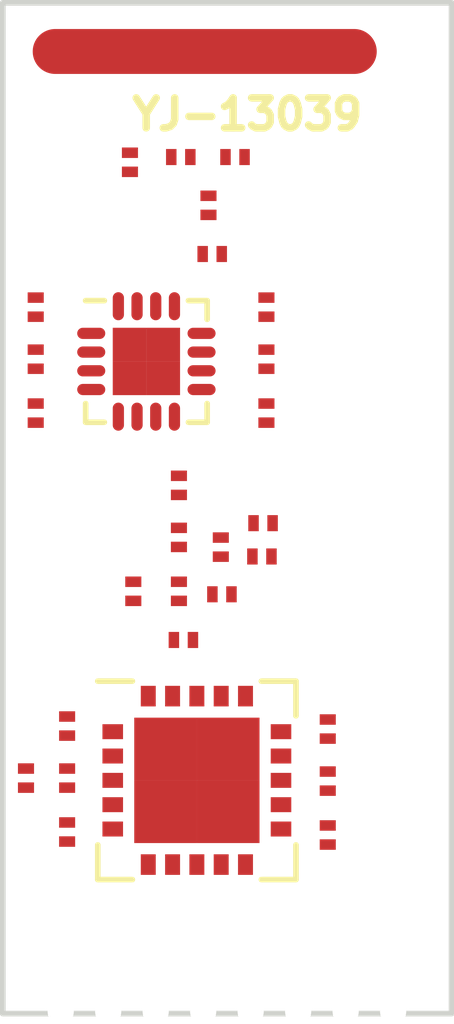
<source format=kicad_pcb>
(kicad_pcb (version 4) (host pcbnew 4.0.2-stable)

  (general
    (links 0)
    (no_connects 0)
    (area 139.930599 55.327799 152.080601 82.477801)
    (thickness 1.6)
    (drawings 5)
    (tracks 1)
    (zones 0)
    (modules 47)
    (nets 1)
  )

  (page A4)
  (layers
    (0 F.Cu signal)
    (31 B.Cu signal)
    (32 B.Adhes user)
    (33 F.Adhes user)
    (34 B.Paste user)
    (35 F.Paste user)
    (36 B.SilkS user)
    (37 F.SilkS user)
    (38 B.Mask user)
    (39 F.Mask user)
    (40 Dwgs.User user)
    (41 Cmts.User user)
    (42 Eco1.User user)
    (43 Eco2.User user)
    (44 Edge.Cuts user)
    (45 Margin user)
    (46 B.CrtYd user)
    (47 F.CrtYd user)
    (48 B.Fab user)
    (49 F.Fab user)
  )

  (setup
    (last_trace_width 1.2)
    (trace_clearance 0.2)
    (zone_clearance 0.508)
    (zone_45_only no)
    (trace_min 0.2)
    (segment_width 0.2)
    (edge_width 0.15)
    (via_size 0.6)
    (via_drill 0.4)
    (via_min_size 0.4)
    (via_min_drill 0.3)
    (uvia_size 0.3)
    (uvia_drill 0.1)
    (uvias_allowed no)
    (uvia_min_size 0.2)
    (uvia_min_drill 0.1)
    (pcb_text_width 0.3)
    (pcb_text_size 1.5 1.5)
    (mod_edge_width 0.15)
    (mod_text_size 1 1)
    (mod_text_width 0.15)
    (pad_size 1 1.3)
    (pad_drill 0)
    (pad_to_mask_clearance 0.2)
    (aux_axis_origin 0 0)
    (grid_origin 146.4056 73.2028)
    (visible_elements 7FFFFFFF)
    (pcbplotparams
      (layerselection 0x00030_80000001)
      (usegerberextensions false)
      (excludeedgelayer true)
      (linewidth 0.100000)
      (plotframeref false)
      (viasonmask false)
      (mode 1)
      (useauxorigin false)
      (hpglpennumber 1)
      (hpglpenspeed 20)
      (hpglpendiameter 15)
      (hpglpenoverlay 2)
      (psnegative false)
      (psa4output false)
      (plotreference true)
      (plotvalue true)
      (plotinvisibletext false)
      (padsonsilk false)
      (subtractmaskfromsilk false)
      (outputformat 1)
      (mirror false)
      (drillshape 1)
      (scaleselection 1)
      (outputdirectory ""))
  )

  (net 0 "")

  (net_class Default "This is the default net class."
    (clearance 0.2)
    (trace_width 1.2)
    (via_dia 0.6)
    (via_drill 0.4)
    (uvia_dia 0.3)
    (uvia_drill 0.1)
  )

  (module Resistors_SMD:R_0201 (layer F.Cu) (tedit 5774C5F8) (tstamp 5789CC02)
    (at 146.9656 69.3028 180)
    (descr "Resistor SMD 0201, reflow soldering, Vishay (see crcw0201e3.pdf)")
    (tags "resistor 0201")
    (attr smd)
    (fp_text reference REF** (at 0 -1.7 180) (layer F.SilkS) hide
      (effects (font (size 1 1) (thickness 0.15)))
    )
    (fp_text value R_0201 (at 0 1.7 180) (layer F.Fab) hide
      (effects (font (size 1 1) (thickness 0.15)))
    )
    (fp_line (start -0.65 -0.55) (end 0.65 -0.55) (layer F.CrtYd) (width 0.05))
    (fp_line (start -0.65 0.55) (end 0.65 0.55) (layer F.CrtYd) (width 0.05))
    (fp_line (start -0.65 -0.55) (end -0.65 0.55) (layer F.CrtYd) (width 0.05))
    (fp_line (start 0.65 -0.55) (end 0.65 0.55) (layer F.CrtYd) (width 0.05))
    (pad 1 smd rect (at -0.255 0 180) (size 0.28 0.43) (layers F.Cu F.Paste F.Mask))
    (pad 2 smd rect (at 0.255 0 180) (size 0.28 0.43) (layers F.Cu F.Paste F.Mask))
    (model Resistors_SMD.3dshapes/R_0201.wrl
      (at (xyz 0 0 0))
      (scale (xyz 1 1 1))
      (rotate (xyz 0 0 0))
    )
  )

  (module Resistors_SMD:R_0201 (layer F.Cu) (tedit 5774C5F8) (tstamp 5789CBF8)
    (at 146.9356 70.1928 180)
    (descr "Resistor SMD 0201, reflow soldering, Vishay (see crcw0201e3.pdf)")
    (tags "resistor 0201")
    (attr smd)
    (fp_text reference REF** (at 0 -1.7 180) (layer F.SilkS) hide
      (effects (font (size 1 1) (thickness 0.15)))
    )
    (fp_text value R_0201 (at 0 1.7 180) (layer F.Fab) hide
      (effects (font (size 1 1) (thickness 0.15)))
    )
    (fp_line (start -0.65 -0.55) (end 0.65 -0.55) (layer F.CrtYd) (width 0.05))
    (fp_line (start -0.65 0.55) (end 0.65 0.55) (layer F.CrtYd) (width 0.05))
    (fp_line (start -0.65 -0.55) (end -0.65 0.55) (layer F.CrtYd) (width 0.05))
    (fp_line (start 0.65 -0.55) (end 0.65 0.55) (layer F.CrtYd) (width 0.05))
    (pad 1 smd rect (at -0.255 0 180) (size 0.28 0.43) (layers F.Cu F.Paste F.Mask))
    (pad 2 smd rect (at 0.255 0 180) (size 0.28 0.43) (layers F.Cu F.Paste F.Mask))
    (model Resistors_SMD.3dshapes/R_0201.wrl
      (at (xyz 0 0 0))
      (scale (xyz 1 1 1))
      (rotate (xyz 0 0 0))
    )
  )

  (module Resistors_SMD:R_0201 (layer F.Cu) (tedit 5774C5F8) (tstamp 5789CBEE)
    (at 145.8356 69.9428 90)
    (descr "Resistor SMD 0201, reflow soldering, Vishay (see crcw0201e3.pdf)")
    (tags "resistor 0201")
    (attr smd)
    (fp_text reference REF** (at 0 -1.7 90) (layer F.SilkS) hide
      (effects (font (size 1 1) (thickness 0.15)))
    )
    (fp_text value R_0201 (at 0 1.7 90) (layer F.Fab) hide
      (effects (font (size 1 1) (thickness 0.15)))
    )
    (fp_line (start -0.65 -0.55) (end 0.65 -0.55) (layer F.CrtYd) (width 0.05))
    (fp_line (start -0.65 0.55) (end 0.65 0.55) (layer F.CrtYd) (width 0.05))
    (fp_line (start -0.65 -0.55) (end -0.65 0.55) (layer F.CrtYd) (width 0.05))
    (fp_line (start 0.65 -0.55) (end 0.65 0.55) (layer F.CrtYd) (width 0.05))
    (pad 1 smd rect (at -0.255 0 90) (size 0.28 0.43) (layers F.Cu F.Paste F.Mask))
    (pad 2 smd rect (at 0.255 0 90) (size 0.28 0.43) (layers F.Cu F.Paste F.Mask))
    (model Resistors_SMD.3dshapes/R_0201.wrl
      (at (xyz 0 0 0))
      (scale (xyz 1 1 1))
      (rotate (xyz 0 0 0))
    )
  )

  (module Resistors_SMD:R_0201 (layer F.Cu) (tedit 5774C5F8) (tstamp 5789CBE4)
    (at 145.8656 71.2028 180)
    (descr "Resistor SMD 0201, reflow soldering, Vishay (see crcw0201e3.pdf)")
    (tags "resistor 0201")
    (attr smd)
    (fp_text reference REF** (at 0 -1.7 180) (layer F.SilkS) hide
      (effects (font (size 1 1) (thickness 0.15)))
    )
    (fp_text value R_0201 (at 0 1.7 180) (layer F.Fab) hide
      (effects (font (size 1 1) (thickness 0.15)))
    )
    (fp_line (start -0.65 -0.55) (end 0.65 -0.55) (layer F.CrtYd) (width 0.05))
    (fp_line (start -0.65 0.55) (end 0.65 0.55) (layer F.CrtYd) (width 0.05))
    (fp_line (start -0.65 -0.55) (end -0.65 0.55) (layer F.CrtYd) (width 0.05))
    (fp_line (start 0.65 -0.55) (end 0.65 0.55) (layer F.CrtYd) (width 0.05))
    (pad 1 smd rect (at -0.255 0 180) (size 0.28 0.43) (layers F.Cu F.Paste F.Mask))
    (pad 2 smd rect (at 0.255 0 180) (size 0.28 0.43) (layers F.Cu F.Paste F.Mask))
    (model Resistors_SMD.3dshapes/R_0201.wrl
      (at (xyz 0 0 0))
      (scale (xyz 1 1 1))
      (rotate (xyz 0 0 0))
    )
  )

  (module Resistors_SMD:R_0201 (layer F.Cu) (tedit 5774C5F8) (tstamp 5789CBDA)
    (at 144.8356 72.4228 180)
    (descr "Resistor SMD 0201, reflow soldering, Vishay (see crcw0201e3.pdf)")
    (tags "resistor 0201")
    (attr smd)
    (fp_text reference REF** (at 0 -1.7 180) (layer F.SilkS) hide
      (effects (font (size 1 1) (thickness 0.15)))
    )
    (fp_text value R_0201 (at 0 1.7 180) (layer F.Fab) hide
      (effects (font (size 1 1) (thickness 0.15)))
    )
    (fp_line (start -0.65 -0.55) (end 0.65 -0.55) (layer F.CrtYd) (width 0.05))
    (fp_line (start -0.65 0.55) (end 0.65 0.55) (layer F.CrtYd) (width 0.05))
    (fp_line (start -0.65 -0.55) (end -0.65 0.55) (layer F.CrtYd) (width 0.05))
    (fp_line (start 0.65 -0.55) (end 0.65 0.55) (layer F.CrtYd) (width 0.05))
    (pad 1 smd rect (at -0.255 0 180) (size 0.28 0.43) (layers F.Cu F.Paste F.Mask))
    (pad 2 smd rect (at 0.255 0 180) (size 0.28 0.43) (layers F.Cu F.Paste F.Mask))
    (model Resistors_SMD.3dshapes/R_0201.wrl
      (at (xyz 0 0 0))
      (scale (xyz 1 1 1))
      (rotate (xyz 0 0 0))
    )
  )

  (module Resistors_SMD:R_0201 (layer F.Cu) (tedit 5774C5F8) (tstamp 5789CBD0)
    (at 143.4956 71.1228 90)
    (descr "Resistor SMD 0201, reflow soldering, Vishay (see crcw0201e3.pdf)")
    (tags "resistor 0201")
    (attr smd)
    (fp_text reference REF** (at 0 -1.7 90) (layer F.SilkS) hide
      (effects (font (size 1 1) (thickness 0.15)))
    )
    (fp_text value R_0201 (at 0 1.7 90) (layer F.Fab) hide
      (effects (font (size 1 1) (thickness 0.15)))
    )
    (fp_line (start -0.65 -0.55) (end 0.65 -0.55) (layer F.CrtYd) (width 0.05))
    (fp_line (start -0.65 0.55) (end 0.65 0.55) (layer F.CrtYd) (width 0.05))
    (fp_line (start -0.65 -0.55) (end -0.65 0.55) (layer F.CrtYd) (width 0.05))
    (fp_line (start 0.65 -0.55) (end 0.65 0.55) (layer F.CrtYd) (width 0.05))
    (pad 1 smd rect (at -0.255 0 90) (size 0.28 0.43) (layers F.Cu F.Paste F.Mask))
    (pad 2 smd rect (at 0.255 0 90) (size 0.28 0.43) (layers F.Cu F.Paste F.Mask))
    (model Resistors_SMD.3dshapes/R_0201.wrl
      (at (xyz 0 0 0))
      (scale (xyz 1 1 1))
      (rotate (xyz 0 0 0))
    )
  )

  (module Resistors_SMD:R_0201 (layer F.Cu) (tedit 5774C5F8) (tstamp 5789CBC6)
    (at 144.7156 71.1228 90)
    (descr "Resistor SMD 0201, reflow soldering, Vishay (see crcw0201e3.pdf)")
    (tags "resistor 0201")
    (attr smd)
    (fp_text reference REF** (at 0 -1.7 90) (layer F.SilkS) hide
      (effects (font (size 1 1) (thickness 0.15)))
    )
    (fp_text value R_0201 (at 0 1.7 90) (layer F.Fab) hide
      (effects (font (size 1 1) (thickness 0.15)))
    )
    (fp_line (start -0.65 -0.55) (end 0.65 -0.55) (layer F.CrtYd) (width 0.05))
    (fp_line (start -0.65 0.55) (end 0.65 0.55) (layer F.CrtYd) (width 0.05))
    (fp_line (start -0.65 -0.55) (end -0.65 0.55) (layer F.CrtYd) (width 0.05))
    (fp_line (start 0.65 -0.55) (end 0.65 0.55) (layer F.CrtYd) (width 0.05))
    (pad 1 smd rect (at -0.255 0 90) (size 0.28 0.43) (layers F.Cu F.Paste F.Mask))
    (pad 2 smd rect (at 0.255 0 90) (size 0.28 0.43) (layers F.Cu F.Paste F.Mask))
    (model Resistors_SMD.3dshapes/R_0201.wrl
      (at (xyz 0 0 0))
      (scale (xyz 1 1 1))
      (rotate (xyz 0 0 0))
    )
  )

  (module Resistors_SMD:R_0201 (layer F.Cu) (tedit 5774C5F8) (tstamp 5789CBBD)
    (at 144.7156 68.2928 90)
    (descr "Resistor SMD 0201, reflow soldering, Vishay (see crcw0201e3.pdf)")
    (tags "resistor 0201")
    (attr smd)
    (fp_text reference REF** (at 0 -1.7 90) (layer F.SilkS) hide
      (effects (font (size 1 1) (thickness 0.15)))
    )
    (fp_text value R_0201 (at 0 1.7 90) (layer F.Fab) hide
      (effects (font (size 1 1) (thickness 0.15)))
    )
    (fp_line (start -0.65 -0.55) (end 0.65 -0.55) (layer F.CrtYd) (width 0.05))
    (fp_line (start -0.65 0.55) (end 0.65 0.55) (layer F.CrtYd) (width 0.05))
    (fp_line (start -0.65 -0.55) (end -0.65 0.55) (layer F.CrtYd) (width 0.05))
    (fp_line (start 0.65 -0.55) (end 0.65 0.55) (layer F.CrtYd) (width 0.05))
    (pad 1 smd rect (at -0.255 0 90) (size 0.28 0.43) (layers F.Cu F.Paste F.Mask))
    (pad 2 smd rect (at 0.255 0 90) (size 0.28 0.43) (layers F.Cu F.Paste F.Mask))
    (model Resistors_SMD.3dshapes/R_0201.wrl
      (at (xyz 0 0 0))
      (scale (xyz 1 1 1))
      (rotate (xyz 0 0 0))
    )
  )

  (module Resistors_SMD:R_0201 (layer F.Cu) (tedit 5774C5F8) (tstamp 5789CBB4)
    (at 144.7156 69.6828 90)
    (descr "Resistor SMD 0201, reflow soldering, Vishay (see crcw0201e3.pdf)")
    (tags "resistor 0201")
    (attr smd)
    (fp_text reference REF** (at 0 -1.7 90) (layer F.SilkS) hide
      (effects (font (size 1 1) (thickness 0.15)))
    )
    (fp_text value R_0201 (at 0 1.7 90) (layer F.Fab) hide
      (effects (font (size 1 1) (thickness 0.15)))
    )
    (fp_line (start -0.65 -0.55) (end 0.65 -0.55) (layer F.CrtYd) (width 0.05))
    (fp_line (start -0.65 0.55) (end 0.65 0.55) (layer F.CrtYd) (width 0.05))
    (fp_line (start -0.65 -0.55) (end -0.65 0.55) (layer F.CrtYd) (width 0.05))
    (fp_line (start 0.65 -0.55) (end 0.65 0.55) (layer F.CrtYd) (width 0.05))
    (pad 1 smd rect (at -0.255 0 90) (size 0.28 0.43) (layers F.Cu F.Paste F.Mask))
    (pad 2 smd rect (at 0.255 0 90) (size 0.28 0.43) (layers F.Cu F.Paste F.Mask))
    (model Resistors_SMD.3dshapes/R_0201.wrl
      (at (xyz 0 0 0))
      (scale (xyz 1 1 1))
      (rotate (xyz 0 0 0))
    )
  )

  (module Resistors_SMD:R_0201 (layer F.Cu) (tedit 5774C5F8) (tstamp 5789CBAB)
    (at 145.6056 62.1128 180)
    (descr "Resistor SMD 0201, reflow soldering, Vishay (see crcw0201e3.pdf)")
    (tags "resistor 0201")
    (attr smd)
    (fp_text reference REF** (at 0 -1.7 180) (layer F.SilkS) hide
      (effects (font (size 1 1) (thickness 0.15)))
    )
    (fp_text value R_0201 (at 0 1.7 180) (layer F.Fab) hide
      (effects (font (size 1 1) (thickness 0.15)))
    )
    (fp_line (start -0.65 -0.55) (end 0.65 -0.55) (layer F.CrtYd) (width 0.05))
    (fp_line (start -0.65 0.55) (end 0.65 0.55) (layer F.CrtYd) (width 0.05))
    (fp_line (start -0.65 -0.55) (end -0.65 0.55) (layer F.CrtYd) (width 0.05))
    (fp_line (start 0.65 -0.55) (end 0.65 0.55) (layer F.CrtYd) (width 0.05))
    (pad 1 smd rect (at -0.255 0 180) (size 0.28 0.43) (layers F.Cu F.Paste F.Mask))
    (pad 2 smd rect (at 0.255 0 180) (size 0.28 0.43) (layers F.Cu F.Paste F.Mask))
    (model Resistors_SMD.3dshapes/R_0201.wrl
      (at (xyz 0 0 0))
      (scale (xyz 1 1 1))
      (rotate (xyz 0 0 0))
    )
  )

  (module Resistors_SMD:R_0201 (layer F.Cu) (tedit 5774C5F8) (tstamp 5789CBA1)
    (at 145.5056 60.8128 90)
    (descr "Resistor SMD 0201, reflow soldering, Vishay (see crcw0201e3.pdf)")
    (tags "resistor 0201")
    (attr smd)
    (fp_text reference REF** (at 0 -1.7 90) (layer F.SilkS) hide
      (effects (font (size 1 1) (thickness 0.15)))
    )
    (fp_text value R_0201 (at 0 1.7 90) (layer F.Fab) hide
      (effects (font (size 1 1) (thickness 0.15)))
    )
    (fp_line (start -0.65 -0.55) (end 0.65 -0.55) (layer F.CrtYd) (width 0.05))
    (fp_line (start -0.65 0.55) (end 0.65 0.55) (layer F.CrtYd) (width 0.05))
    (fp_line (start -0.65 -0.55) (end -0.65 0.55) (layer F.CrtYd) (width 0.05))
    (fp_line (start 0.65 -0.55) (end 0.65 0.55) (layer F.CrtYd) (width 0.05))
    (pad 1 smd rect (at -0.255 0 90) (size 0.28 0.43) (layers F.Cu F.Paste F.Mask))
    (pad 2 smd rect (at 0.255 0 90) (size 0.28 0.43) (layers F.Cu F.Paste F.Mask))
    (model Resistors_SMD.3dshapes/R_0201.wrl
      (at (xyz 0 0 0))
      (scale (xyz 1 1 1))
      (rotate (xyz 0 0 0))
    )
  )

  (module Resistors_SMD:R_0201 (layer F.Cu) (tedit 5774C5F8) (tstamp 5789CB83)
    (at 147.0556 64.9228 90)
    (descr "Resistor SMD 0201, reflow soldering, Vishay (see crcw0201e3.pdf)")
    (tags "resistor 0201")
    (attr smd)
    (fp_text reference REF** (at 0 -1.7 90) (layer F.SilkS) hide
      (effects (font (size 1 1) (thickness 0.15)))
    )
    (fp_text value R_0201 (at 0 1.7 90) (layer F.Fab) hide
      (effects (font (size 1 1) (thickness 0.15)))
    )
    (fp_line (start -0.65 -0.55) (end 0.65 -0.55) (layer F.CrtYd) (width 0.05))
    (fp_line (start -0.65 0.55) (end 0.65 0.55) (layer F.CrtYd) (width 0.05))
    (fp_line (start -0.65 -0.55) (end -0.65 0.55) (layer F.CrtYd) (width 0.05))
    (fp_line (start 0.65 -0.55) (end 0.65 0.55) (layer F.CrtYd) (width 0.05))
    (pad 1 smd rect (at -0.255 0 90) (size 0.28 0.43) (layers F.Cu F.Paste F.Mask))
    (pad 2 smd rect (at 0.255 0 90) (size 0.28 0.43) (layers F.Cu F.Paste F.Mask))
    (model Resistors_SMD.3dshapes/R_0201.wrl
      (at (xyz 0 0 0))
      (scale (xyz 1 1 1))
      (rotate (xyz 0 0 0))
    )
  )

  (module Resistors_SMD:R_0201 (layer F.Cu) (tedit 5774C5F8) (tstamp 5789CB7A)
    (at 147.0556 63.5328 90)
    (descr "Resistor SMD 0201, reflow soldering, Vishay (see crcw0201e3.pdf)")
    (tags "resistor 0201")
    (attr smd)
    (fp_text reference REF** (at 0 -1.7 90) (layer F.SilkS) hide
      (effects (font (size 1 1) (thickness 0.15)))
    )
    (fp_text value R_0201 (at 0 1.7 90) (layer F.Fab) hide
      (effects (font (size 1 1) (thickness 0.15)))
    )
    (fp_line (start -0.65 -0.55) (end 0.65 -0.55) (layer F.CrtYd) (width 0.05))
    (fp_line (start -0.65 0.55) (end 0.65 0.55) (layer F.CrtYd) (width 0.05))
    (fp_line (start -0.65 -0.55) (end -0.65 0.55) (layer F.CrtYd) (width 0.05))
    (fp_line (start 0.65 -0.55) (end 0.65 0.55) (layer F.CrtYd) (width 0.05))
    (pad 1 smd rect (at -0.255 0 90) (size 0.28 0.43) (layers F.Cu F.Paste F.Mask))
    (pad 2 smd rect (at 0.255 0 90) (size 0.28 0.43) (layers F.Cu F.Paste F.Mask))
    (model Resistors_SMD.3dshapes/R_0201.wrl
      (at (xyz 0 0 0))
      (scale (xyz 1 1 1))
      (rotate (xyz 0 0 0))
    )
  )

  (module Resistors_SMD:R_0201 (layer F.Cu) (tedit 5774C5F8) (tstamp 5789CB71)
    (at 147.0556 66.3628 90)
    (descr "Resistor SMD 0201, reflow soldering, Vishay (see crcw0201e3.pdf)")
    (tags "resistor 0201")
    (attr smd)
    (fp_text reference REF** (at 0 -1.7 90) (layer F.SilkS) hide
      (effects (font (size 1 1) (thickness 0.15)))
    )
    (fp_text value R_0201 (at 0 1.7 90) (layer F.Fab) hide
      (effects (font (size 1 1) (thickness 0.15)))
    )
    (fp_line (start -0.65 -0.55) (end 0.65 -0.55) (layer F.CrtYd) (width 0.05))
    (fp_line (start -0.65 0.55) (end 0.65 0.55) (layer F.CrtYd) (width 0.05))
    (fp_line (start -0.65 -0.55) (end -0.65 0.55) (layer F.CrtYd) (width 0.05))
    (fp_line (start 0.65 -0.55) (end 0.65 0.55) (layer F.CrtYd) (width 0.05))
    (pad 1 smd rect (at -0.255 0 90) (size 0.28 0.43) (layers F.Cu F.Paste F.Mask))
    (pad 2 smd rect (at 0.255 0 90) (size 0.28 0.43) (layers F.Cu F.Paste F.Mask))
    (model Resistors_SMD.3dshapes/R_0201.wrl
      (at (xyz 0 0 0))
      (scale (xyz 1 1 1))
      (rotate (xyz 0 0 0))
    )
  )

  (module Resistors_SMD:R_0201 (layer F.Cu) (tedit 5774C5F8) (tstamp 5789CB68)
    (at 140.8856 66.3628 90)
    (descr "Resistor SMD 0201, reflow soldering, Vishay (see crcw0201e3.pdf)")
    (tags "resistor 0201")
    (attr smd)
    (fp_text reference REF** (at 0 -1.7 90) (layer F.SilkS) hide
      (effects (font (size 1 1) (thickness 0.15)))
    )
    (fp_text value R_0201 (at 0 1.7 90) (layer F.Fab) hide
      (effects (font (size 1 1) (thickness 0.15)))
    )
    (fp_line (start -0.65 -0.55) (end 0.65 -0.55) (layer F.CrtYd) (width 0.05))
    (fp_line (start -0.65 0.55) (end 0.65 0.55) (layer F.CrtYd) (width 0.05))
    (fp_line (start -0.65 -0.55) (end -0.65 0.55) (layer F.CrtYd) (width 0.05))
    (fp_line (start 0.65 -0.55) (end 0.65 0.55) (layer F.CrtYd) (width 0.05))
    (pad 1 smd rect (at -0.255 0 90) (size 0.28 0.43) (layers F.Cu F.Paste F.Mask))
    (pad 2 smd rect (at 0.255 0 90) (size 0.28 0.43) (layers F.Cu F.Paste F.Mask))
    (model Resistors_SMD.3dshapes/R_0201.wrl
      (at (xyz 0 0 0))
      (scale (xyz 1 1 1))
      (rotate (xyz 0 0 0))
    )
  )

  (module Resistors_SMD:R_0201 (layer F.Cu) (tedit 5774C5F8) (tstamp 5789CB5F)
    (at 140.8856 63.5328 90)
    (descr "Resistor SMD 0201, reflow soldering, Vishay (see crcw0201e3.pdf)")
    (tags "resistor 0201")
    (attr smd)
    (fp_text reference REF** (at 0 -1.7 90) (layer F.SilkS) hide
      (effects (font (size 1 1) (thickness 0.15)))
    )
    (fp_text value R_0201 (at 0 1.7 90) (layer F.Fab) hide
      (effects (font (size 1 1) (thickness 0.15)))
    )
    (fp_line (start -0.65 -0.55) (end 0.65 -0.55) (layer F.CrtYd) (width 0.05))
    (fp_line (start -0.65 0.55) (end 0.65 0.55) (layer F.CrtYd) (width 0.05))
    (fp_line (start -0.65 -0.55) (end -0.65 0.55) (layer F.CrtYd) (width 0.05))
    (fp_line (start 0.65 -0.55) (end 0.65 0.55) (layer F.CrtYd) (width 0.05))
    (pad 1 smd rect (at -0.255 0 90) (size 0.28 0.43) (layers F.Cu F.Paste F.Mask))
    (pad 2 smd rect (at 0.255 0 90) (size 0.28 0.43) (layers F.Cu F.Paste F.Mask))
    (model Resistors_SMD.3dshapes/R_0201.wrl
      (at (xyz 0 0 0))
      (scale (xyz 1 1 1))
      (rotate (xyz 0 0 0))
    )
  )

  (module Resistors_SMD:R_0201 (layer F.Cu) (tedit 5774C5F8) (tstamp 5789CB56)
    (at 140.8856 64.9228 90)
    (descr "Resistor SMD 0201, reflow soldering, Vishay (see crcw0201e3.pdf)")
    (tags "resistor 0201")
    (attr smd)
    (fp_text reference REF** (at 0 -1.7 90) (layer F.SilkS) hide
      (effects (font (size 1 1) (thickness 0.15)))
    )
    (fp_text value R_0201 (at 0 1.7 90) (layer F.Fab) hide
      (effects (font (size 1 1) (thickness 0.15)))
    )
    (fp_line (start -0.65 -0.55) (end 0.65 -0.55) (layer F.CrtYd) (width 0.05))
    (fp_line (start -0.65 0.55) (end 0.65 0.55) (layer F.CrtYd) (width 0.05))
    (fp_line (start -0.65 -0.55) (end -0.65 0.55) (layer F.CrtYd) (width 0.05))
    (fp_line (start 0.65 -0.55) (end 0.65 0.55) (layer F.CrtYd) (width 0.05))
    (pad 1 smd rect (at -0.255 0 90) (size 0.28 0.43) (layers F.Cu F.Paste F.Mask))
    (pad 2 smd rect (at 0.255 0 90) (size 0.28 0.43) (layers F.Cu F.Paste F.Mask))
    (model Resistors_SMD.3dshapes/R_0201.wrl
      (at (xyz 0 0 0))
      (scale (xyz 1 1 1))
      (rotate (xyz 0 0 0))
    )
  )

  (module Resistors_SMD:R_0201 (layer F.Cu) (tedit 5774C5F8) (tstamp 5789CB4D)
    (at 140.6256 76.1128 90)
    (descr "Resistor SMD 0201, reflow soldering, Vishay (see crcw0201e3.pdf)")
    (tags "resistor 0201")
    (attr smd)
    (fp_text reference REF** (at 0 -1.7 90) (layer F.SilkS) hide
      (effects (font (size 1 1) (thickness 0.15)))
    )
    (fp_text value R_0201 (at 0 1.7 90) (layer F.Fab) hide
      (effects (font (size 1 1) (thickness 0.15)))
    )
    (fp_line (start -0.65 -0.55) (end 0.65 -0.55) (layer F.CrtYd) (width 0.05))
    (fp_line (start -0.65 0.55) (end 0.65 0.55) (layer F.CrtYd) (width 0.05))
    (fp_line (start -0.65 -0.55) (end -0.65 0.55) (layer F.CrtYd) (width 0.05))
    (fp_line (start 0.65 -0.55) (end 0.65 0.55) (layer F.CrtYd) (width 0.05))
    (pad 1 smd rect (at -0.255 0 90) (size 0.28 0.43) (layers F.Cu F.Paste F.Mask))
    (pad 2 smd rect (at 0.255 0 90) (size 0.28 0.43) (layers F.Cu F.Paste F.Mask))
    (model Resistors_SMD.3dshapes/R_0201.wrl
      (at (xyz 0 0 0))
      (scale (xyz 1 1 1))
      (rotate (xyz 0 0 0))
    )
  )

  (module Resistors_SMD:R_0201 (layer F.Cu) (tedit 5774C5F8) (tstamp 5789CB15)
    (at 141.7256 77.5528 90)
    (descr "Resistor SMD 0201, reflow soldering, Vishay (see crcw0201e3.pdf)")
    (tags "resistor 0201")
    (attr smd)
    (fp_text reference REF** (at 0 -1.7 90) (layer F.SilkS) hide
      (effects (font (size 1 1) (thickness 0.15)))
    )
    (fp_text value R_0201 (at 0 1.7 90) (layer F.Fab) hide
      (effects (font (size 1 1) (thickness 0.15)))
    )
    (fp_line (start -0.65 -0.55) (end 0.65 -0.55) (layer F.CrtYd) (width 0.05))
    (fp_line (start -0.65 0.55) (end 0.65 0.55) (layer F.CrtYd) (width 0.05))
    (fp_line (start -0.65 -0.55) (end -0.65 0.55) (layer F.CrtYd) (width 0.05))
    (fp_line (start 0.65 -0.55) (end 0.65 0.55) (layer F.CrtYd) (width 0.05))
    (pad 1 smd rect (at -0.255 0 90) (size 0.28 0.43) (layers F.Cu F.Paste F.Mask))
    (pad 2 smd rect (at 0.255 0 90) (size 0.28 0.43) (layers F.Cu F.Paste F.Mask))
    (model Resistors_SMD.3dshapes/R_0201.wrl
      (at (xyz 0 0 0))
      (scale (xyz 1 1 1))
      (rotate (xyz 0 0 0))
    )
  )

  (module Resistors_SMD:R_0201 (layer F.Cu) (tedit 5774C5F8) (tstamp 5789CB0C)
    (at 141.7256 74.7228 90)
    (descr "Resistor SMD 0201, reflow soldering, Vishay (see crcw0201e3.pdf)")
    (tags "resistor 0201")
    (attr smd)
    (fp_text reference REF** (at 0 -1.7 90) (layer F.SilkS) hide
      (effects (font (size 1 1) (thickness 0.15)))
    )
    (fp_text value R_0201 (at 0 1.7 90) (layer F.Fab) hide
      (effects (font (size 1 1) (thickness 0.15)))
    )
    (fp_line (start -0.65 -0.55) (end 0.65 -0.55) (layer F.CrtYd) (width 0.05))
    (fp_line (start -0.65 0.55) (end 0.65 0.55) (layer F.CrtYd) (width 0.05))
    (fp_line (start -0.65 -0.55) (end -0.65 0.55) (layer F.CrtYd) (width 0.05))
    (fp_line (start 0.65 -0.55) (end 0.65 0.55) (layer F.CrtYd) (width 0.05))
    (pad 1 smd rect (at -0.255 0 90) (size 0.28 0.43) (layers F.Cu F.Paste F.Mask))
    (pad 2 smd rect (at 0.255 0 90) (size 0.28 0.43) (layers F.Cu F.Paste F.Mask))
    (model Resistors_SMD.3dshapes/R_0201.wrl
      (at (xyz 0 0 0))
      (scale (xyz 1 1 1))
      (rotate (xyz 0 0 0))
    )
  )

  (module Resistors_SMD:R_0201 (layer F.Cu) (tedit 5774C5F8) (tstamp 5789CB03)
    (at 141.7256 76.1128 90)
    (descr "Resistor SMD 0201, reflow soldering, Vishay (see crcw0201e3.pdf)")
    (tags "resistor 0201")
    (attr smd)
    (fp_text reference REF** (at 0 -1.7 90) (layer F.SilkS) hide
      (effects (font (size 1 1) (thickness 0.15)))
    )
    (fp_text value R_0201 (at 0 1.7 90) (layer F.Fab) hide
      (effects (font (size 1 1) (thickness 0.15)))
    )
    (fp_line (start -0.65 -0.55) (end 0.65 -0.55) (layer F.CrtYd) (width 0.05))
    (fp_line (start -0.65 0.55) (end 0.65 0.55) (layer F.CrtYd) (width 0.05))
    (fp_line (start -0.65 -0.55) (end -0.65 0.55) (layer F.CrtYd) (width 0.05))
    (fp_line (start 0.65 -0.55) (end 0.65 0.55) (layer F.CrtYd) (width 0.05))
    (pad 1 smd rect (at -0.255 0 90) (size 0.28 0.43) (layers F.Cu F.Paste F.Mask))
    (pad 2 smd rect (at 0.255 0 90) (size 0.28 0.43) (layers F.Cu F.Paste F.Mask))
    (model Resistors_SMD.3dshapes/R_0201.wrl
      (at (xyz 0 0 0))
      (scale (xyz 1 1 1))
      (rotate (xyz 0 0 0))
    )
  )

  (module Resistors_SMD:R_0201 (layer F.Cu) (tedit 5774C5F8) (tstamp 5789CAFA)
    (at 148.6956 77.6328 90)
    (descr "Resistor SMD 0201, reflow soldering, Vishay (see crcw0201e3.pdf)")
    (tags "resistor 0201")
    (attr smd)
    (fp_text reference REF** (at 0 -1.7 90) (layer F.SilkS) hide
      (effects (font (size 1 1) (thickness 0.15)))
    )
    (fp_text value R_0201 (at 0 1.7 90) (layer F.Fab) hide
      (effects (font (size 1 1) (thickness 0.15)))
    )
    (fp_line (start -0.65 -0.55) (end 0.65 -0.55) (layer F.CrtYd) (width 0.05))
    (fp_line (start -0.65 0.55) (end 0.65 0.55) (layer F.CrtYd) (width 0.05))
    (fp_line (start -0.65 -0.55) (end -0.65 0.55) (layer F.CrtYd) (width 0.05))
    (fp_line (start 0.65 -0.55) (end 0.65 0.55) (layer F.CrtYd) (width 0.05))
    (pad 1 smd rect (at -0.255 0 90) (size 0.28 0.43) (layers F.Cu F.Paste F.Mask))
    (pad 2 smd rect (at 0.255 0 90) (size 0.28 0.43) (layers F.Cu F.Paste F.Mask))
    (model Resistors_SMD.3dshapes/R_0201.wrl
      (at (xyz 0 0 0))
      (scale (xyz 1 1 1))
      (rotate (xyz 0 0 0))
    )
  )

  (module Resistors_SMD:R_0201 (layer F.Cu) (tedit 5774C5F8) (tstamp 5789CAF1)
    (at 148.6956 74.8028 90)
    (descr "Resistor SMD 0201, reflow soldering, Vishay (see crcw0201e3.pdf)")
    (tags "resistor 0201")
    (attr smd)
    (fp_text reference REF** (at 0 -1.7 90) (layer F.SilkS) hide
      (effects (font (size 1 1) (thickness 0.15)))
    )
    (fp_text value R_0201 (at 0 1.7 90) (layer F.Fab) hide
      (effects (font (size 1 1) (thickness 0.15)))
    )
    (fp_line (start -0.65 -0.55) (end 0.65 -0.55) (layer F.CrtYd) (width 0.05))
    (fp_line (start -0.65 0.55) (end 0.65 0.55) (layer F.CrtYd) (width 0.05))
    (fp_line (start -0.65 -0.55) (end -0.65 0.55) (layer F.CrtYd) (width 0.05))
    (fp_line (start 0.65 -0.55) (end 0.65 0.55) (layer F.CrtYd) (width 0.05))
    (pad 1 smd rect (at -0.255 0 90) (size 0.28 0.43) (layers F.Cu F.Paste F.Mask))
    (pad 2 smd rect (at 0.255 0 90) (size 0.28 0.43) (layers F.Cu F.Paste F.Mask))
    (model Resistors_SMD.3dshapes/R_0201.wrl
      (at (xyz 0 0 0))
      (scale (xyz 1 1 1))
      (rotate (xyz 0 0 0))
    )
  )

  (module Resistors_SMD:R_0201 (layer F.Cu) (tedit 5774C5F8) (tstamp 5789CAE8)
    (at 148.6956 76.1928 90)
    (descr "Resistor SMD 0201, reflow soldering, Vishay (see crcw0201e3.pdf)")
    (tags "resistor 0201")
    (attr smd)
    (fp_text reference REF** (at 0 -1.7 90) (layer F.SilkS) hide
      (effects (font (size 1 1) (thickness 0.15)))
    )
    (fp_text value R_0201 (at 0 1.7 90) (layer F.Fab) hide
      (effects (font (size 1 1) (thickness 0.15)))
    )
    (fp_line (start -0.65 -0.55) (end 0.65 -0.55) (layer F.CrtYd) (width 0.05))
    (fp_line (start -0.65 0.55) (end 0.65 0.55) (layer F.CrtYd) (width 0.05))
    (fp_line (start -0.65 -0.55) (end -0.65 0.55) (layer F.CrtYd) (width 0.05))
    (fp_line (start 0.65 -0.55) (end 0.65 0.55) (layer F.CrtYd) (width 0.05))
    (pad 1 smd rect (at -0.255 0 90) (size 0.28 0.43) (layers F.Cu F.Paste F.Mask))
    (pad 2 smd rect (at 0.255 0 90) (size 0.28 0.43) (layers F.Cu F.Paste F.Mask))
    (model Resistors_SMD.3dshapes/R_0201.wrl
      (at (xyz 0 0 0))
      (scale (xyz 1 1 1))
      (rotate (xyz 0 0 0))
    )
  )

  (module Resistors_SMD:R_0201 (layer F.Cu) (tedit 5774C5F8) (tstamp 5789CAAD)
    (at 144.7656 59.5228 180)
    (descr "Resistor SMD 0201, reflow soldering, Vishay (see crcw0201e3.pdf)")
    (tags "resistor 0201")
    (attr smd)
    (fp_text reference REF** (at 0 -1.7 180) (layer F.SilkS) hide
      (effects (font (size 1 1) (thickness 0.15)))
    )
    (fp_text value R_0201 (at 0 1.7 180) (layer F.Fab) hide
      (effects (font (size 1 1) (thickness 0.15)))
    )
    (fp_line (start -0.65 -0.55) (end 0.65 -0.55) (layer F.CrtYd) (width 0.05))
    (fp_line (start -0.65 0.55) (end 0.65 0.55) (layer F.CrtYd) (width 0.05))
    (fp_line (start -0.65 -0.55) (end -0.65 0.55) (layer F.CrtYd) (width 0.05))
    (fp_line (start 0.65 -0.55) (end 0.65 0.55) (layer F.CrtYd) (width 0.05))
    (pad 1 smd rect (at -0.255 0 180) (size 0.28 0.43) (layers F.Cu F.Paste F.Mask))
    (pad 2 smd rect (at 0.255 0 180) (size 0.28 0.43) (layers F.Cu F.Paste F.Mask))
    (model Resistors_SMD.3dshapes/R_0201.wrl
      (at (xyz 0 0 0))
      (scale (xyz 1 1 1))
      (rotate (xyz 0 0 0))
    )
  )

  (module Resistors_SMD:R_0201 (layer F.Cu) (tedit 5774C5F8) (tstamp 5789CAA4)
    (at 143.4056 59.6628 90)
    (descr "Resistor SMD 0201, reflow soldering, Vishay (see crcw0201e3.pdf)")
    (tags "resistor 0201")
    (attr smd)
    (fp_text reference REF** (at 0 -1.7 90) (layer F.SilkS) hide
      (effects (font (size 1 1) (thickness 0.15)))
    )
    (fp_text value R_0201 (at 0 1.7 90) (layer F.Fab) hide
      (effects (font (size 1 1) (thickness 0.15)))
    )
    (fp_line (start -0.65 -0.55) (end 0.65 -0.55) (layer F.CrtYd) (width 0.05))
    (fp_line (start -0.65 0.55) (end 0.65 0.55) (layer F.CrtYd) (width 0.05))
    (fp_line (start -0.65 -0.55) (end -0.65 0.55) (layer F.CrtYd) (width 0.05))
    (fp_line (start 0.65 -0.55) (end 0.65 0.55) (layer F.CrtYd) (width 0.05))
    (pad 1 smd rect (at -0.255 0 90) (size 0.28 0.43) (layers F.Cu F.Paste F.Mask))
    (pad 2 smd rect (at 0.255 0 90) (size 0.28 0.43) (layers F.Cu F.Paste F.Mask))
    (model Resistors_SMD.3dshapes/R_0201.wrl
      (at (xyz 0 0 0))
      (scale (xyz 1 1 1))
      (rotate (xyz 0 0 0))
    )
  )

  (module Resistors_SMD:R_0201 (layer F.Cu) (tedit 5774C5F8) (tstamp 5789CA9B)
    (at 146.2156 59.5228 180)
    (descr "Resistor SMD 0201, reflow soldering, Vishay (see crcw0201e3.pdf)")
    (tags "resistor 0201")
    (attr smd)
    (fp_text reference REF** (at 0 -1.7 180) (layer F.SilkS) hide
      (effects (font (size 1 1) (thickness 0.15)))
    )
    (fp_text value R_0201 (at 0 1.7 180) (layer F.Fab) hide
      (effects (font (size 1 1) (thickness 0.15)))
    )
    (fp_line (start -0.65 -0.55) (end 0.65 -0.55) (layer F.CrtYd) (width 0.05))
    (fp_line (start -0.65 0.55) (end 0.65 0.55) (layer F.CrtYd) (width 0.05))
    (fp_line (start -0.65 -0.55) (end -0.65 0.55) (layer F.CrtYd) (width 0.05))
    (fp_line (start 0.65 -0.55) (end 0.65 0.55) (layer F.CrtYd) (width 0.05))
    (pad 1 smd rect (at -0.255 0 180) (size 0.28 0.43) (layers F.Cu F.Paste F.Mask))
    (pad 2 smd rect (at 0.255 0 180) (size 0.28 0.43) (layers F.Cu F.Paste F.Mask))
    (model Resistors_SMD.3dshapes/R_0201.wrl
      (at (xyz 0 0 0))
      (scale (xyz 1 1 1))
      (rotate (xyz 0 0 0))
    )
  )

  (module LEDs:LED_0402 (layer F.Cu) (tedit 5774C3FA) (tstamp 5781BBE6)
    (at 145.4156 56.7028)
    (descr "LED 0402 smd package")
    (tags "LED led 0402 SMD smd SMT smt smdled SMDLED smtled SMTLED")
    (attr smd)
    (fp_text reference REF** (at 0 -1.8) (layer F.SilkS) hide
      (effects (font (size 1 1) (thickness 0.15)))
    )
    (fp_text value LED_0402 (at 0 1.8) (layer F.Fab) hide
      (effects (font (size 1 1) (thickness 0.15)))
    )
    (fp_line (start -3.95 -0.65) (end 3.95 -0.65) (layer F.CrtYd) (width 0.05))
    (fp_line (start -3.9 0.65) (end -3.95 0.65) (layer F.CrtYd) (width 0.05))
    (fp_line (start 3.95 0.65) (end -3.925 0.65) (layer F.CrtYd) (width 0.05))
    (fp_line (start -3.95 -0.65) (end -3.95 0.65) (layer F.CrtYd) (width 0.05))
    (fp_line (start 3.95 -0.65) (end 3.95 0.65) (layer F.CrtYd) (width 0.05))
    (pad 1 smd rect (at -3.55 0) (size 0.5 1) (layers F.Cu F.Paste F.Mask))
    (pad 2 smd rect (at 3.55 0) (size 0.5 1) (layers F.Cu F.Paste F.Mask))
    (model LEDs.3dshapes/LED_0402.wrl
      (at (xyz 0 0 0))
      (scale (xyz 8 1.75 1))
      (rotate (xyz 0 0 180))
    )
  )

  (module Capacitors_SMD:C_1206 (layer F.Cu) (tedit 5774C1E0) (tstamp 577E8374)
    (at 150.6156 76.2028 90)
    (descr "Capacitor SMD 1206, reflow soldering, AVX (see smccp.pdf)")
    (tags "capacitor 1206")
    (attr smd)
    (fp_text reference REF** (at 0 -2.3 90) (layer F.SilkS) hide
      (effects (font (size 1 1) (thickness 0.15)))
    )
    (fp_text value C_1206 (at 0 2.3 90) (layer F.Fab) hide
      (effects (font (size 1 1) (thickness 0.15)))
    )
    (fp_line (start -2.3 -1.15) (end 2.3 -1.15) (layer F.CrtYd) (width 0.05))
    (fp_line (start -2.3 1.15) (end 2.3 1.15) (layer F.CrtYd) (width 0.05))
    (fp_line (start -2.3 -1.15) (end -2.3 1.15) (layer F.CrtYd) (width 0.05))
    (fp_line (start 2.3 -1.15) (end 2.3 1.15) (layer F.CrtYd) (width 0.05))
    (model Capacitors_SMD.3dshapes/C_1206.wrl
      (at (xyz 0 0 -0.05))
      (scale (xyz 1 1 1))
      (rotate (xyz 0 0 0))
    )
  )

  (module Housings_DFN_QFN:QFN-16-1EP_3x3mm_Pitch0.5mm (layer F.Cu) (tedit 5774C057) (tstamp 5778017D)
    (at 143.8456 64.9828)
    (descr "16-Lead Plastic Quad Flat, No Lead Package (NG) - 3x3x0.9 mm Body [QFN]; (see Microchip Packaging Specification 00000049BS.pdf)")
    (tags "QFN 0.5")
    (attr smd)
    (fp_text reference REF** (at 0 -2.85) (layer F.SilkS) hide
      (effects (font (size 1 1) (thickness 0.15)))
    )
    (fp_text value QFN-16-1EP_3x3mm_Pitch0.5mm (at 0 2.85) (layer F.Fab) hide
      (effects (font (size 1 1) (thickness 0.15)))
    )
    (fp_line (start -2.1 -2.1) (end -2.1 2.1) (layer F.CrtYd) (width 0.05))
    (fp_line (start 2.1 -2.1) (end 2.1 2.1) (layer F.CrtYd) (width 0.05))
    (fp_line (start -2.1 -2.1) (end 2.1 -2.1) (layer F.CrtYd) (width 0.05))
    (fp_line (start -2.1 2.1) (end 2.1 2.1) (layer F.CrtYd) (width 0.05))
    (fp_line (start 1.625 -1.625) (end 1.625 -1.125) (layer F.SilkS) (width 0.15))
    (fp_line (start -1.625 1.625) (end -1.625 1.125) (layer F.SilkS) (width 0.15))
    (fp_line (start 1.625 1.625) (end 1.625 1.125) (layer F.SilkS) (width 0.15))
    (fp_line (start -1.625 -1.625) (end -1.125 -1.625) (layer F.SilkS) (width 0.15))
    (fp_line (start -1.625 1.625) (end -1.125 1.625) (layer F.SilkS) (width 0.15))
    (fp_line (start 1.625 1.625) (end 1.125 1.625) (layer F.SilkS) (width 0.15))
    (fp_line (start 1.625 -1.625) (end 1.125 -1.625) (layer F.SilkS) (width 0.15))
    (pad 1 smd oval (at -1.475 -0.75) (size 0.75 0.3) (layers F.Cu F.Paste F.Mask))
    (pad 2 smd oval (at -1.475 -0.25) (size 0.75 0.3) (layers F.Cu F.Paste F.Mask))
    (pad 3 smd oval (at -1.475 0.25) (size 0.75 0.3) (layers F.Cu F.Paste F.Mask))
    (pad 4 smd oval (at -1.475 0.75) (size 0.75 0.3) (layers F.Cu F.Paste F.Mask))
    (pad 5 smd oval (at -0.75 1.475 90) (size 0.75 0.3) (layers F.Cu F.Paste F.Mask))
    (pad 6 smd oval (at -0.25 1.475 90) (size 0.75 0.3) (layers F.Cu F.Paste F.Mask))
    (pad 7 smd oval (at 0.25 1.475 90) (size 0.75 0.3) (layers F.Cu F.Paste F.Mask))
    (pad 8 smd oval (at 0.75 1.475 90) (size 0.75 0.3) (layers F.Cu F.Paste F.Mask))
    (pad 9 smd oval (at 1.475 0.75) (size 0.75 0.3) (layers F.Cu F.Paste F.Mask))
    (pad 10 smd oval (at 1.475 0.25) (size 0.75 0.3) (layers F.Cu F.Paste F.Mask))
    (pad 11 smd oval (at 1.475 -0.25) (size 0.75 0.3) (layers F.Cu F.Paste F.Mask))
    (pad 12 smd oval (at 1.475 -0.75) (size 0.75 0.3) (layers F.Cu F.Paste F.Mask))
    (pad 13 smd oval (at 0.75 -1.475 90) (size 0.75 0.3) (layers F.Cu F.Paste F.Mask))
    (pad 14 smd oval (at 0.25 -1.475 90) (size 0.75 0.3) (layers F.Cu F.Paste F.Mask))
    (pad 15 smd oval (at -0.25 -1.475 90) (size 0.75 0.3) (layers F.Cu F.Paste F.Mask))
    (pad 16 smd oval (at -0.75 -1.475 90) (size 0.75 0.3) (layers F.Cu F.Paste F.Mask))
    (pad 17 smd rect (at 0.45 0.45) (size 0.9 0.9) (layers F.Cu F.Paste F.Mask)
      (solder_paste_margin_ratio -0.2))
    (pad 17 smd rect (at 0.45 -0.45) (size 0.9 0.9) (layers F.Cu F.Paste F.Mask)
      (solder_paste_margin_ratio -0.2))
    (pad 17 smd rect (at -0.45 0.45) (size 0.9 0.9) (layers F.Cu F.Paste F.Mask)
      (solder_paste_margin_ratio -0.2))
    (pad 17 smd rect (at -0.45 -0.45) (size 0.9 0.9) (layers F.Cu F.Paste F.Mask)
      (solder_paste_margin_ratio -0.2))
    (model Housings_DFN_QFN.3dshapes/QFN-16-1EP_3x3mm_Pitch0.5mm.wrl
      (at (xyz 0 0 0))
      (scale (xyz 1 1 1))
      (rotate (xyz 0 0 0))
    )
  )

  (module Wire_Pads:SolderWirePad_single_1mmDrill (layer F.Cu) (tedit 572729A4) (tstamp 57284DBA)
    (at 150.4442 81.4578)
    (fp_text reference REF** (at 0 -3.81) (layer F.SilkS) hide
      (effects (font (size 1 1) (thickness 0.15)))
    )
    (fp_text value SolderWirePad_single_1mmDrill (at -1.905 3.175) (layer F.Fab) hide
      (effects (font (size 1 1) (thickness 0.15)))
    )
    (pad "" np_thru_hole circle (at 0 0) (size 0.7 0.7) (drill 0.7) (layers *.Cu))
  )

  (module Wire_Pads:SolderWirePad_single_1mmDrill (layer F.Cu) (tedit 572729AA) (tstamp 57284DB6)
    (at 150.4442 82.3468)
    (fp_text reference REF** (at 0 -3.81) (layer F.SilkS) hide
      (effects (font (size 1 1) (thickness 0.15)))
    )
    (fp_text value SolderWirePad_single_1mmDrill (at -1.905 3.175) (layer F.Fab) hide
      (effects (font (size 1 1) (thickness 0.15)))
    )
    (pad "" np_thru_hole circle (at 0 0) (size 0.7 0.7) (drill 0.7) (layers *.Cu))
  )

  (module Wire_Pads:SolderWirePad_single_1mmDrill (layer F.Cu) (tedit 572729A1) (tstamp 57284DB2)
    (at 149.1742 81.4578)
    (fp_text reference REF** (at 0 -3.81) (layer F.SilkS) hide
      (effects (font (size 1 1) (thickness 0.15)))
    )
    (fp_text value SolderWirePad_single_1mmDrill (at -1.905 3.175) (layer F.Fab) hide
      (effects (font (size 1 1) (thickness 0.15)))
    )
    (pad "" np_thru_hole circle (at 0 0) (size 0.7 0.7) (drill 0.7) (layers *.Cu))
  )

  (module Wire_Pads:SolderWirePad_single_1mmDrill (layer F.Cu) (tedit 572729B3) (tstamp 57284DAE)
    (at 149.1742 82.3468)
    (fp_text reference REF** (at 0 -3.81) (layer F.SilkS) hide
      (effects (font (size 1 1) (thickness 0.15)))
    )
    (fp_text value SolderWirePad_single_1mmDrill (at -1.905 3.175) (layer F.Fab) hide
      (effects (font (size 1 1) (thickness 0.15)))
    )
    (pad "" np_thru_hole circle (at 0 0) (size 0.7 0.7) (drill 0.7) (layers *.Cu))
  )

  (module Wire_Pads:SolderWirePad_single_1mmDrill (layer F.Cu) (tedit 5727378F) (tstamp 57284DAA)
    (at 147.9042 81.4578)
    (fp_text reference REF** (at 0 -3.81) (layer F.SilkS) hide
      (effects (font (size 1 1) (thickness 0.15)))
    )
    (fp_text value SolderWirePad_single_1mmDrill (at -1.905 3.175) (layer F.Fab) hide
      (effects (font (size 1 1) (thickness 0.15)))
    )
    (pad "" np_thru_hole circle (at 0 0) (size 0.7 0.7) (drill 0.7) (layers *.Cu))
  )

  (module Wire_Pads:SolderWirePad_single_1mmDrill (layer F.Cu) (tedit 5727378A) (tstamp 57284DA6)
    (at 147.9042 82.3468)
    (fp_text reference REF** (at 0 -3.81) (layer F.SilkS) hide
      (effects (font (size 1 1) (thickness 0.15)))
    )
    (fp_text value SolderWirePad_single_1mmDrill (at -1.905 3.175) (layer F.Fab) hide
      (effects (font (size 1 1) (thickness 0.15)))
    )
    (pad "" np_thru_hole circle (at 0 0) (size 0.7 0.7) (drill 0.7) (layers *.Cu))
  )

  (module Wire_Pads:SolderWirePad_single_1mmDrill (layer F.Cu) (tedit 5727377A) (tstamp 57284DA2)
    (at 146.6342 81.4578)
    (fp_text reference REF** (at 0 -3.81) (layer F.SilkS) hide
      (effects (font (size 1 1) (thickness 0.15)))
    )
    (fp_text value SolderWirePad_single_1mmDrill (at -1.905 3.175) (layer F.Fab) hide
      (effects (font (size 1 1) (thickness 0.15)))
    )
    (pad "" np_thru_hole circle (at 0 0) (size 0.7 0.7) (drill 0.7) (layers *.Cu))
  )

  (module Wire_Pads:SolderWirePad_single_1mmDrill (layer F.Cu) (tedit 5727377D) (tstamp 57284D9E)
    (at 146.6342 82.3468)
    (fp_text reference REF** (at 0 -3.81) (layer F.SilkS) hide
      (effects (font (size 1 1) (thickness 0.15)))
    )
    (fp_text value SolderWirePad_single_1mmDrill (at -1.905 3.175) (layer F.Fab) hide
      (effects (font (size 1 1) (thickness 0.15)))
    )
    (pad "" np_thru_hole circle (at 0 0) (size 0.7 0.7) (drill 0.7) (layers *.Cu))
  )

  (module Wire_Pads:SolderWirePad_single_1mmDrill (layer F.Cu) (tedit 572729E5) (tstamp 57284D9A)
    (at 145.3642 81.4578)
    (fp_text reference REF** (at 0 -3.81) (layer F.SilkS) hide
      (effects (font (size 1 1) (thickness 0.15)))
    )
    (fp_text value SolderWirePad_single_1mmDrill (at -1.905 3.175) (layer F.Fab) hide
      (effects (font (size 1 1) (thickness 0.15)))
    )
    (pad "" np_thru_hole circle (at 0 0) (size 0.7 0.7) (drill 0.7) (layers *.Cu))
  )

  (module Wire_Pads:SolderWirePad_single_1mmDrill (layer F.Cu) (tedit 572729CD) (tstamp 57284D96)
    (at 145.3642 82.3468)
    (fp_text reference REF** (at 0 -3.81) (layer F.SilkS) hide
      (effects (font (size 1 1) (thickness 0.15)))
    )
    (fp_text value SolderWirePad_single_1mmDrill (at -1.905 3.175) (layer F.Fab) hide
      (effects (font (size 1 1) (thickness 0.15)))
    )
    (pad "" np_thru_hole circle (at 0 0) (size 0.7 0.7) (drill 0.7) (layers *.Cu))
  )

  (module Wire_Pads:SolderWirePad_single_1mmDrill (layer F.Cu) (tedit 5727298C) (tstamp 57284D92)
    (at 144.0942 81.4578)
    (fp_text reference REF** (at 0 -3.81) (layer F.SilkS) hide
      (effects (font (size 1 1) (thickness 0.15)))
    )
    (fp_text value SolderWirePad_single_1mmDrill (at -1.905 3.175) (layer F.Fab) hide
      (effects (font (size 1 1) (thickness 0.15)))
    )
    (pad "" np_thru_hole circle (at 0 0) (size 0.7 0.7) (drill 0.7) (layers *.Cu))
  )

  (module Wire_Pads:SolderWirePad_single_1mmDrill (layer F.Cu) (tedit 5727297F) (tstamp 57284D8E)
    (at 144.0942 82.3468)
    (fp_text reference REF** (at 0 -3.81) (layer F.SilkS) hide
      (effects (font (size 1 1) (thickness 0.15)))
    )
    (fp_text value SolderWirePad_single_1mmDrill (at -1.905 3.175) (layer F.Fab) hide
      (effects (font (size 1 1) (thickness 0.15)))
    )
    (pad "" np_thru_hole circle (at 0 0) (size 0.7 0.7) (drill 0.7) (layers *.Cu))
  )

  (module Wire_Pads:SolderWirePad_single_1mmDrill (layer F.Cu) (tedit 57272991) (tstamp 57284D8A)
    (at 142.8242 81.4578)
    (fp_text reference REF** (at 0 -3.81) (layer F.SilkS) hide
      (effects (font (size 1 1) (thickness 0.15)))
    )
    (fp_text value SolderWirePad_single_1mmDrill (at -1.905 3.175) (layer F.Fab) hide
      (effects (font (size 1 1) (thickness 0.15)))
    )
    (pad "" np_thru_hole circle (at 0 0) (size 0.7 0.7) (drill 0.7) (layers *.Cu))
  )

  (module Wire_Pads:SolderWirePad_single_1mmDrill (layer F.Cu) (tedit 57272984) (tstamp 57284D86)
    (at 142.8242 82.3468)
    (fp_text reference REF** (at 0 -3.81) (layer F.SilkS) hide
      (effects (font (size 1 1) (thickness 0.15)))
    )
    (fp_text value SolderWirePad_single_1mmDrill (at -1.905 3.175) (layer F.Fab) hide
      (effects (font (size 1 1) (thickness 0.15)))
    )
    (pad "" np_thru_hole circle (at 0 0) (size 0.7 0.7) (drill 0.7) (layers *.Cu))
  )

  (module Wire_Pads:SolderWirePad_single_1mmDrill (layer F.Cu) (tedit 5727297B) (tstamp 57284D7F)
    (at 141.5542 81.4578)
    (fp_text reference REF** (at 0 -3.81) (layer F.SilkS) hide
      (effects (font (size 1 1) (thickness 0.15)))
    )
    (fp_text value SolderWirePad_single_1mmDrill (at -1.905 3.175) (layer F.Fab) hide
      (effects (font (size 1 1) (thickness 0.15)))
    )
    (pad "" np_thru_hole circle (at 0 0) (size 0.7 0.7) (drill 0.7) (layers *.Cu))
  )

  (module Housings_DFN_QFN:QFN-20-1EP_5x5mm_Pitch0.65mm (layer F.Cu) (tedit 572739D7) (tstamp 56CA9358)
    (at 145.1956 76.1728)
    (descr "20-Lead Plastic Quad Flat, No Lead Package (MQ) - 5x5x0.9 mm Body [QFN]; (see Microchip Packaging Specification 00000049BS.pdf)")
    (tags "QFN 0.65")
    (attr smd)
    (fp_text reference REF** (at 0 -3.525) (layer F.SilkS) hide
      (effects (font (size 1 1) (thickness 0.15)))
    )
    (fp_text value QFN-20-1EP_5x5mm_Pitch0.65mm (at 0 3.525) (layer F.Fab) hide
      (effects (font (size 1 1) (thickness 0.15)))
    )
    (fp_line (start -2.8 -2.8) (end -2.8 2.8) (layer F.CrtYd) (width 0.05))
    (fp_line (start 2.8 -2.8) (end 2.8 2.8) (layer F.CrtYd) (width 0.05))
    (fp_line (start -2.8 -2.8) (end 2.8 -2.8) (layer F.CrtYd) (width 0.05))
    (fp_line (start -2.8 2.8) (end 2.8 2.8) (layer F.CrtYd) (width 0.05))
    (fp_line (start 2.65 -2.65) (end 2.65 -1.725) (layer F.SilkS) (width 0.15))
    (fp_line (start -2.65 2.65) (end -2.65 1.725) (layer F.SilkS) (width 0.15))
    (fp_line (start 2.65 2.65) (end 2.65 1.725) (layer F.SilkS) (width 0.15))
    (fp_line (start -2.65 -2.65) (end -1.725 -2.65) (layer F.SilkS) (width 0.15))
    (fp_line (start -2.65 2.65) (end -1.725 2.65) (layer F.SilkS) (width 0.15))
    (fp_line (start 2.65 2.65) (end 1.725 2.65) (layer F.SilkS) (width 0.15))
    (fp_line (start 2.65 -2.65) (end 1.725 -2.65) (layer F.SilkS) (width 0.15))
    (pad 1 smd rect (at -2.25 -1.3) (size 0.55 0.4) (layers F.Cu F.Paste F.Mask))
    (pad 2 smd rect (at -2.25 -0.65) (size 0.55 0.4) (layers F.Cu F.Paste F.Mask))
    (pad 3 smd rect (at -2.25 0) (size 0.55 0.4) (layers F.Cu F.Paste F.Mask))
    (pad 4 smd rect (at -2.25 0.65) (size 0.55 0.4) (layers F.Cu F.Paste F.Mask))
    (pad 5 smd rect (at -2.25 1.3) (size 0.55 0.4) (layers F.Cu F.Paste F.Mask))
    (pad 6 smd rect (at -1.3 2.25 90) (size 0.55 0.4) (layers F.Cu F.Paste F.Mask))
    (pad 7 smd rect (at -0.65 2.25 90) (size 0.55 0.4) (layers F.Cu F.Paste F.Mask))
    (pad 8 smd rect (at 0 2.25 90) (size 0.55 0.4) (layers F.Cu F.Paste F.Mask))
    (pad 9 smd rect (at 0.65 2.25 90) (size 0.55 0.4) (layers F.Cu F.Paste F.Mask))
    (pad 10 smd rect (at 1.3 2.25 90) (size 0.55 0.4) (layers F.Cu F.Paste F.Mask))
    (pad 11 smd rect (at 2.25 1.3) (size 0.55 0.4) (layers F.Cu F.Paste F.Mask))
    (pad 12 smd rect (at 2.25 0.65) (size 0.55 0.4) (layers F.Cu F.Paste F.Mask))
    (pad 13 smd rect (at 2.25 0) (size 0.55 0.4) (layers F.Cu F.Paste F.Mask))
    (pad 14 smd rect (at 2.25 -0.65) (size 0.55 0.4) (layers F.Cu F.Paste F.Mask))
    (pad 15 smd rect (at 2.25 -1.3) (size 0.55 0.4) (layers F.Cu F.Paste F.Mask))
    (pad 16 smd rect (at 1.3 -2.25 90) (size 0.55 0.4) (layers F.Cu F.Paste F.Mask))
    (pad 17 smd rect (at 0.65 -2.25 90) (size 0.55 0.4) (layers F.Cu F.Paste F.Mask))
    (pad 18 smd rect (at 0 -2.25 90) (size 0.55 0.4) (layers F.Cu F.Paste F.Mask))
    (pad 19 smd rect (at -0.65 -2.25 90) (size 0.55 0.4) (layers F.Cu F.Paste F.Mask))
    (pad 20 smd rect (at -1.3 -2.25 90) (size 0.55 0.4) (layers F.Cu F.Paste F.Mask))
    (pad 21 smd rect (at 0.8375 0.8375) (size 1.675 1.675) (layers F.Cu F.Paste F.Mask)
      (solder_paste_margin_ratio -0.2))
    (pad 21 smd rect (at 0.8375 -0.8375) (size 1.675 1.675) (layers F.Cu F.Paste F.Mask)
      (solder_paste_margin_ratio -0.2))
    (pad 21 smd rect (at -0.8375 0.8375) (size 1.675 1.675) (layers F.Cu F.Paste F.Mask)
      (solder_paste_margin_ratio -0.2))
    (pad 21 smd rect (at -0.8375 -0.8375) (size 1.675 1.675) (layers F.Cu F.Paste F.Mask)
      (solder_paste_margin_ratio -0.2))
    (model Housings_DFN_QFN.3dshapes/QFN-20-1EP_5x5mm_Pitch0.65mm.wrl
      (at (xyz 0 0 0))
      (scale (xyz 1 1 1))
      (rotate (xyz 0 0 0))
    )
  )

  (module Wire_Pads:SolderWirePad_single_1mmDrill (layer F.Cu) (tedit 57272987) (tstamp 57284CF3)
    (at 141.5542 82.3468)
    (fp_text reference REF** (at 0 -3.81) (layer F.SilkS) hide
      (effects (font (size 1 1) (thickness 0.15)))
    )
    (fp_text value SolderWirePad_single_1mmDrill (at -1.905 3.175) (layer F.Fab) hide
      (effects (font (size 1 1) (thickness 0.15)))
    )
    (pad "" np_thru_hole circle (at 0 0) (size 0.7 0.7) (drill 0.7) (layers *.Cu))
  )

  (gr_text YJ-13039 (at 146.5456 58.3828) (layer F.SilkS)
    (effects (font (size 0.8 0.8) (thickness 0.2)))
  )
  (gr_line (start 140.0056 82.4028) (end 152.0056 82.4028) (angle 90) (layer Edge.Cuts) (width 0.15))
  (gr_line (start 140.0056 55.4028) (end 140.0056 82.4028) (angle 90) (layer Edge.Cuts) (width 0.15))
  (gr_line (start 152.0056 55.4028) (end 140.0056 55.4028) (angle 90) (layer Edge.Cuts) (width 0.15))
  (gr_line (start 152.0056 82.4028) (end 152.0056 55.4028) (angle 90) (layer Edge.Cuts) (width 0.15))

  (segment (start 141.4056 56.7028) (end 149.4056 56.7028) (width 1.2) (layer F.Cu) (net 0))

)

</source>
